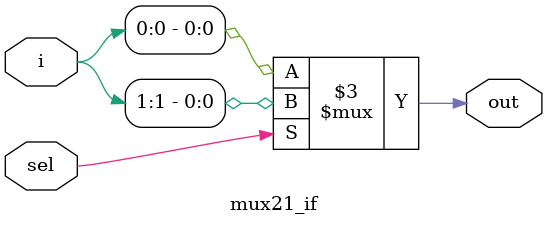
<source format=sv>
module mux21_if(out,i,sel);

input sel;
input [1:0]i ;
output reg out;

always @ (*) begin
    
if(sel) begin
    out <= i[1];
end
else
    out <= i[0];
end
endmodule
</source>
